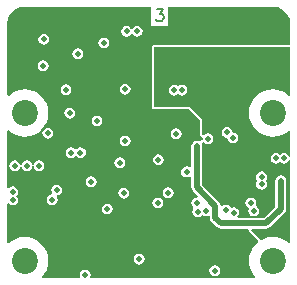
<source format=gbr>
%TF.GenerationSoftware,Altium Limited,Altium Designer,20.1.12 (249)*%
G04 Layer_Physical_Order=3*
G04 Layer_Color=16440176*
%FSLAX45Y45*%
%MOMM*%
%TF.SameCoordinates,27206DED-D720-4121-B7EB-46A740E941A3*%
%TF.FilePolarity,Positive*%
%TF.FileFunction,Copper,L3,Inr,Signal*%
%TF.Part,Single*%
G01*
G75*
%TA.AperFunction,Conductor*%
%ADD35C,0.20000*%
%ADD36C,0.50000*%
%TA.AperFunction,NonConductor*%
%ADD38C,0.20000*%
%TA.AperFunction,WasherPad*%
%ADD39C,2.20000*%
%TA.AperFunction,ViaPad*%
%ADD40C,0.50000*%
G36*
X2343467Y2343295D02*
X2370588Y2332061D01*
X2394996Y2315753D01*
X2415752Y2294997D01*
X2432061Y2270588D01*
X2443295Y2243467D01*
X2449022Y2214678D01*
Y2027892D01*
X1297500D01*
X1289696Y2026340D01*
X1283081Y2021919D01*
X1278660Y2015304D01*
X1277108Y2007500D01*
Y1500000D01*
X1278660Y1492196D01*
X1283081Y1485581D01*
X1289696Y1481160D01*
X1297500Y1479608D01*
X1515569D01*
X1517539Y1480000D01*
X1519547D01*
X1520000Y1480090D01*
X1520453Y1480000D01*
X1522461D01*
X1524431Y1479608D01*
X1591553D01*
X1684608Y1386553D01*
Y1265267D01*
X1684805Y1264276D01*
X1684706Y1263268D01*
X1685576Y1260400D01*
X1686160Y1257464D01*
X1686722Y1256623D01*
X1687016Y1255655D01*
X1688917Y1253338D01*
X1690581Y1250848D01*
X1691422Y1250286D01*
X1692063Y1249504D01*
X1694705Y1248092D01*
X1697196Y1246428D01*
X1708099Y1239944D01*
X1706619Y1232499D01*
X1708099Y1225056D01*
X1697196Y1218571D01*
X1694705Y1216906D01*
X1692063Y1215495D01*
X1691422Y1214713D01*
X1690581Y1214151D01*
X1690105Y1213439D01*
X1683627Y1209051D01*
X1678305Y1208589D01*
X1673548Y1209228D01*
X1672559Y1209889D01*
X1655000Y1213381D01*
X1637442Y1209889D01*
X1622557Y1199943D01*
X1612611Y1185058D01*
X1609119Y1167500D01*
Y995757D01*
X1596419Y988969D01*
X1587558Y994889D01*
X1570000Y998381D01*
X1552442Y994889D01*
X1537557Y984943D01*
X1527611Y970058D01*
X1524119Y952500D01*
X1527611Y934942D01*
X1537557Y920057D01*
X1552442Y910111D01*
X1570000Y906618D01*
X1587558Y910111D01*
X1596419Y916031D01*
X1609119Y909243D01*
Y819999D01*
X1612611Y802441D01*
X1622557Y787556D01*
X1665964Y744149D01*
X1659708Y732445D01*
X1655000Y733381D01*
X1637442Y729889D01*
X1622557Y719943D01*
X1612611Y705058D01*
X1609119Y687500D01*
X1612611Y669942D01*
X1622557Y655057D01*
X1624566Y653714D01*
X1627087Y636756D01*
X1622611Y630058D01*
X1619119Y612500D01*
X1622611Y594942D01*
X1632557Y580056D01*
X1647442Y570111D01*
X1665000Y566618D01*
X1682558Y570111D01*
X1697444Y580056D01*
X1701715Y586449D01*
X1714942Y577611D01*
X1732500Y574118D01*
X1750058Y577611D01*
X1756418Y581861D01*
X1769118Y575073D01*
Y562500D01*
X1772611Y544942D01*
X1782557Y530057D01*
X1830057Y482557D01*
X1844942Y472611D01*
X1862500Y469118D01*
X2089789D01*
X2099723Y457385D01*
X2101275Y449582D01*
X2105696Y442966D01*
X2105696Y442965D01*
X2150448Y398213D01*
X2152557Y395057D01*
X2155713Y392949D01*
X2177935Y370726D01*
X2177312Y358041D01*
X2157894Y342106D01*
X2132901Y311652D01*
X2114330Y276907D01*
X2102894Y239207D01*
X2099032Y200000D01*
X2102894Y160793D01*
X2114330Y123093D01*
X2132901Y88349D01*
X2153148Y63678D01*
X2147141Y50978D01*
X763011D01*
X755632Y63679D01*
X758382Y77500D01*
X754889Y95058D01*
X744943Y109943D01*
X730058Y119889D01*
X712500Y123382D01*
X694942Y119889D01*
X680057Y109943D01*
X670111Y95058D01*
X666618Y77500D01*
X669368Y63679D01*
X661989Y50978D01*
X352859D01*
X346852Y63678D01*
X367099Y88349D01*
X385670Y123093D01*
X397106Y160793D01*
X400968Y200000D01*
X397106Y239207D01*
X385670Y276907D01*
X367099Y311652D01*
X342106Y342106D01*
X311652Y367099D01*
X276907Y385670D01*
X239207Y397106D01*
X200000Y400968D01*
X160793Y397106D01*
X123093Y385670D01*
X88349Y367099D01*
X63678Y346852D01*
X50978Y352859D01*
Y680767D01*
X63678Y684620D01*
X65057Y682557D01*
X79942Y672611D01*
X97500Y669119D01*
X115058Y672611D01*
X129943Y682557D01*
X139889Y697442D01*
X143381Y715000D01*
X139889Y732558D01*
X129943Y747443D01*
Y750057D01*
X139889Y764942D01*
X143381Y782500D01*
X139889Y800058D01*
X129943Y814943D01*
X115058Y824889D01*
X97500Y828382D01*
X79942Y824889D01*
X65057Y814943D01*
X63678Y812880D01*
X50978Y816733D01*
Y1297141D01*
X63678Y1303148D01*
X88349Y1282901D01*
X123093Y1264330D01*
X160793Y1252894D01*
X200000Y1249032D01*
X239207Y1252894D01*
X276907Y1264330D01*
X311652Y1282901D01*
X342106Y1307894D01*
X367099Y1338348D01*
X385670Y1373093D01*
X397106Y1410793D01*
X400968Y1450000D01*
X397106Y1489207D01*
X385670Y1526907D01*
X367099Y1561651D01*
X342106Y1592106D01*
X311652Y1617098D01*
X276907Y1635670D01*
X239207Y1647106D01*
X200000Y1650967D01*
X160793Y1647106D01*
X123093Y1635670D01*
X88349Y1617098D01*
X63678Y1596852D01*
X50978Y1602859D01*
Y2200000D01*
Y2214677D01*
X56705Y2243468D01*
X67939Y2270588D01*
X84247Y2294996D01*
X105003Y2315752D01*
X129412Y2332061D01*
X156533Y2343295D01*
X185322Y2349022D01*
X1270001D01*
Y2187500D01*
X1416653D01*
Y2349022D01*
X2314677D01*
X2343467Y2343295D01*
D02*
G37*
G36*
X2449022Y1602859D02*
X2436322Y1596852D01*
X2411652Y1617098D01*
X2376907Y1635670D01*
X2339207Y1647106D01*
X2300000Y1650967D01*
X2260793Y1647106D01*
X2223093Y1635670D01*
X2188348Y1617098D01*
X2157894Y1592106D01*
X2132901Y1561651D01*
X2114330Y1526907D01*
X2102894Y1489207D01*
X2099032Y1450000D01*
X2102894Y1410793D01*
X2114330Y1373093D01*
X2132901Y1338348D01*
X2157894Y1307894D01*
X2188348Y1282901D01*
X2223093Y1264330D01*
X2260793Y1252894D01*
X2300000Y1249032D01*
X2339207Y1252894D01*
X2376907Y1264330D01*
X2411652Y1282901D01*
X2436322Y1303148D01*
X2449022Y1297141D01*
Y1076606D01*
X2436322Y1075355D01*
X2434889Y1082558D01*
X2424943Y1097443D01*
X2410058Y1107389D01*
X2392500Y1110881D01*
X2374942Y1107389D01*
X2360057Y1097443D01*
X2359943D01*
X2345058Y1107389D01*
X2327500Y1110881D01*
X2309942Y1107389D01*
X2295057Y1097443D01*
X2285111Y1082558D01*
X2281618Y1065000D01*
X2285111Y1047442D01*
X2295057Y1032557D01*
X2309942Y1022611D01*
X2327500Y1019118D01*
X2345058Y1022611D01*
X2359943Y1032557D01*
X2360057D01*
X2374942Y1022611D01*
X2392500Y1019118D01*
X2410058Y1022611D01*
X2424943Y1032557D01*
X2434889Y1047442D01*
X2436322Y1054645D01*
X2449022Y1053394D01*
Y352859D01*
X2436322Y346852D01*
X2411652Y367099D01*
X2376907Y385670D01*
X2339207Y397106D01*
X2300000Y400968D01*
X2260793Y397106D01*
X2223093Y385670D01*
X2202719Y374780D01*
X2120115Y457385D01*
X2124975Y469118D01*
X2245000D01*
X2262558Y472611D01*
X2277443Y482557D01*
X2399944Y605057D01*
X2409890Y619942D01*
X2413382Y637500D01*
Y877500D01*
X2409890Y895058D01*
X2399944Y909944D01*
X2385058Y919889D01*
X2367500Y923382D01*
X2349942Y919889D01*
X2335057Y909944D01*
X2325111Y895058D01*
X2321619Y877500D01*
Y656505D01*
X2225995Y560882D01*
X2002844D01*
X1998992Y573582D01*
X2000447Y574554D01*
X2010392Y589439D01*
X2013885Y606997D01*
X2010392Y624555D01*
X2000447Y639440D01*
X1985561Y649386D01*
X1968003Y652878D01*
X1950445Y649386D01*
X1944028Y645098D01*
X1934944Y658693D01*
X1920058Y668639D01*
X1902500Y672131D01*
X1884942Y668639D01*
X1873242Y660821D01*
X1872542Y660774D01*
X1862647Y663848D01*
X1859710Y665891D01*
X1857389Y677558D01*
X1847443Y692443D01*
X1705000Y834886D01*
Y1199731D01*
X1717700Y1203584D01*
X1720057Y1200056D01*
X1734942Y1190110D01*
X1752500Y1186618D01*
X1770058Y1190110D01*
X1784943Y1200056D01*
X1794889Y1214941D01*
X1798382Y1232499D01*
X1794889Y1250057D01*
X1784943Y1264943D01*
X1770058Y1274888D01*
X1752500Y1278381D01*
X1734942Y1274888D01*
X1720057Y1264943D01*
X1717700Y1261415D01*
X1705000Y1265267D01*
Y1395000D01*
X1600000Y1500000D01*
X1524431D01*
X1520000Y1500881D01*
X1515569Y1500000D01*
X1297500D01*
Y2007500D01*
X2449022D01*
Y1602859D01*
D02*
G37*
%LPC*%
G36*
X1062500Y2185882D02*
X1044942Y2182389D01*
X1030057Y2172443D01*
X1020111Y2157558D01*
X1016618Y2140000D01*
X1020111Y2122442D01*
X1030057Y2107557D01*
X1044942Y2097611D01*
X1062500Y2094118D01*
X1080058Y2097611D01*
X1094943Y2107557D01*
X1099863Y2114920D01*
X1115137D01*
X1120057Y2107557D01*
X1134942Y2097611D01*
X1152500Y2094118D01*
X1170058Y2097611D01*
X1184943Y2107557D01*
X1194889Y2122442D01*
X1198381Y2140000D01*
X1194889Y2157558D01*
X1184943Y2172443D01*
X1170058Y2182389D01*
X1152500Y2185881D01*
X1134942Y2182389D01*
X1120057Y2172443D01*
X1115137Y2165080D01*
X1099863D01*
X1094943Y2172443D01*
X1080058Y2182389D01*
X1062500Y2185882D01*
D02*
G37*
G36*
X360000Y2118381D02*
X342442Y2114889D01*
X327557Y2104943D01*
X317611Y2090058D01*
X314118Y2072500D01*
X317611Y2054942D01*
X327557Y2040057D01*
X342442Y2030111D01*
X360000Y2026618D01*
X377558Y2030111D01*
X392443Y2040057D01*
X402389Y2054942D01*
X405882Y2072500D01*
X402389Y2090058D01*
X392443Y2104943D01*
X377558Y2114889D01*
X360000Y2118381D01*
D02*
G37*
G36*
X870000Y2088381D02*
X852442Y2084889D01*
X837557Y2074943D01*
X827611Y2060058D01*
X824118Y2042500D01*
X827611Y2024942D01*
X837557Y2010056D01*
X852442Y2000111D01*
X870000Y1996618D01*
X887558Y2000111D01*
X902443Y2010056D01*
X912389Y2024942D01*
X915882Y2042500D01*
X912389Y2060058D01*
X902443Y2074943D01*
X887558Y2084889D01*
X870000Y2088381D01*
D02*
G37*
G36*
X650000Y1995881D02*
X632442Y1992389D01*
X617557Y1982443D01*
X607611Y1967558D01*
X604118Y1950000D01*
X607611Y1932442D01*
X617557Y1917557D01*
X632442Y1907611D01*
X650000Y1904118D01*
X667558Y1907611D01*
X682443Y1917557D01*
X692389Y1932442D01*
X695882Y1950000D01*
X692389Y1967558D01*
X682443Y1982443D01*
X667558Y1992389D01*
X650000Y1995881D01*
D02*
G37*
G36*
X357500Y1895882D02*
X339942Y1892389D01*
X325056Y1882444D01*
X315111Y1867558D01*
X311618Y1850000D01*
X315111Y1832442D01*
X325056Y1817557D01*
X339942Y1807611D01*
X357500Y1804119D01*
X375058Y1807611D01*
X389943Y1817557D01*
X399889Y1832442D01*
X403381Y1850000D01*
X399889Y1867558D01*
X389943Y1882444D01*
X375058Y1892389D01*
X357500Y1895882D01*
D02*
G37*
G36*
X1050000Y1695882D02*
X1032442Y1692389D01*
X1017557Y1682443D01*
X1007611Y1667558D01*
X1004118Y1650000D01*
X1007611Y1632442D01*
X1017557Y1617557D01*
X1032442Y1607611D01*
X1050000Y1604118D01*
X1067558Y1607611D01*
X1082443Y1617557D01*
X1092389Y1632442D01*
X1095881Y1650000D01*
X1092389Y1667558D01*
X1082443Y1682443D01*
X1067558Y1692389D01*
X1050000Y1695882D01*
D02*
G37*
G36*
X550000Y1693381D02*
X532442Y1689889D01*
X517557Y1679943D01*
X507611Y1665058D01*
X504118Y1647500D01*
X507611Y1629942D01*
X517557Y1615057D01*
X532442Y1605111D01*
X550000Y1601618D01*
X567558Y1605111D01*
X582443Y1615057D01*
X592389Y1629942D01*
X595881Y1647500D01*
X592389Y1665058D01*
X582443Y1679943D01*
X567558Y1689889D01*
X550000Y1693381D01*
D02*
G37*
G36*
X580000Y1493381D02*
X562442Y1489889D01*
X547557Y1479943D01*
X537611Y1465058D01*
X534118Y1447500D01*
X537611Y1429942D01*
X547557Y1415057D01*
X562442Y1405111D01*
X580000Y1401618D01*
X597558Y1405111D01*
X612443Y1415057D01*
X622389Y1429942D01*
X625881Y1447500D01*
X622389Y1465058D01*
X612443Y1479943D01*
X597558Y1489889D01*
X580000Y1493381D01*
D02*
G37*
G36*
X812500Y1428381D02*
X794942Y1424889D01*
X780057Y1414943D01*
X770111Y1400058D01*
X766618Y1382500D01*
X770111Y1364942D01*
X780057Y1350057D01*
X794942Y1340111D01*
X812500Y1336618D01*
X830058Y1340111D01*
X844943Y1350057D01*
X854889Y1364942D01*
X858382Y1382500D01*
X854889Y1400058D01*
X844943Y1414943D01*
X830058Y1424889D01*
X812500Y1428381D01*
D02*
G37*
G36*
X395000Y1323382D02*
X377442Y1319889D01*
X362557Y1309943D01*
X352611Y1295058D01*
X349118Y1277500D01*
X352611Y1259942D01*
X362557Y1245057D01*
X377442Y1235111D01*
X395000Y1231619D01*
X412558Y1235111D01*
X427443Y1245057D01*
X437389Y1259942D01*
X440882Y1277500D01*
X437389Y1295058D01*
X427443Y1309943D01*
X412558Y1319889D01*
X395000Y1323382D01*
D02*
G37*
G36*
X1483588Y1319469D02*
X1466030Y1315976D01*
X1451144Y1306030D01*
X1441199Y1291145D01*
X1437706Y1273587D01*
X1441199Y1256029D01*
X1451144Y1241144D01*
X1466030Y1231198D01*
X1483588Y1227706D01*
X1501146Y1231198D01*
X1516031Y1241144D01*
X1525977Y1256029D01*
X1529469Y1273587D01*
X1525977Y1291145D01*
X1516031Y1306030D01*
X1501146Y1315976D01*
X1483588Y1319469D01*
D02*
G37*
G36*
X1050000Y1258382D02*
X1032442Y1254889D01*
X1017557Y1244943D01*
X1007611Y1230058D01*
X1004118Y1212500D01*
X1007611Y1194942D01*
X1017557Y1180057D01*
X1032442Y1170111D01*
X1050000Y1166618D01*
X1067558Y1170111D01*
X1082443Y1180057D01*
X1092389Y1194942D01*
X1095881Y1212500D01*
X1092389Y1230058D01*
X1082443Y1244943D01*
X1067558Y1254889D01*
X1050000Y1258382D01*
D02*
G37*
G36*
X592500Y1160881D02*
X574942Y1157389D01*
X560057Y1147443D01*
X550111Y1132558D01*
X546618Y1115000D01*
X550111Y1097442D01*
X560057Y1082557D01*
X574942Y1072611D01*
X592500Y1069118D01*
X610058Y1072611D01*
X624832Y1082483D01*
X627807Y1084363D01*
X638850D01*
X640058Y1082556D01*
X654943Y1072610D01*
X672501Y1069118D01*
X690059Y1072610D01*
X704944Y1082556D01*
X714890Y1097441D01*
X718382Y1114999D01*
X714890Y1132557D01*
X704944Y1147442D01*
X690059Y1157388D01*
X672501Y1160881D01*
X654943Y1157388D01*
X640168Y1147516D01*
X637194Y1145636D01*
X626150D01*
X624943Y1147443D01*
X610058Y1157389D01*
X592500Y1160881D01*
D02*
G37*
G36*
X1332500Y1100881D02*
X1314942Y1097389D01*
X1300057Y1087443D01*
X1290111Y1072558D01*
X1286618Y1055000D01*
X1290111Y1037442D01*
X1300057Y1022557D01*
X1314942Y1012611D01*
X1332500Y1009118D01*
X1350058Y1012611D01*
X1364943Y1022557D01*
X1374889Y1037442D01*
X1378382Y1055000D01*
X1374889Y1072558D01*
X1364943Y1087443D01*
X1350058Y1097389D01*
X1332500Y1100881D01*
D02*
G37*
G36*
X320000Y1048381D02*
X302442Y1044889D01*
X287557Y1034943D01*
X277611Y1020058D01*
X275515Y1009519D01*
X275224Y1008061D01*
X262276D01*
X261985Y1009519D01*
X259889Y1020058D01*
X249943Y1034943D01*
X235058Y1044889D01*
X217500Y1048381D01*
X199942Y1044889D01*
X185057Y1034943D01*
X175111Y1020058D01*
X173015Y1009519D01*
X172724Y1008061D01*
X159776D01*
X159485Y1009519D01*
X157389Y1020058D01*
X147443Y1034943D01*
X132558Y1044889D01*
X115000Y1048381D01*
X97442Y1044889D01*
X82557Y1034943D01*
X72611Y1020058D01*
X69118Y1002500D01*
X72611Y984942D01*
X82557Y970057D01*
X97442Y960111D01*
X115000Y956618D01*
X132558Y960111D01*
X147443Y970057D01*
X157389Y984942D01*
X159485Y995480D01*
X159776Y996939D01*
X172724D01*
X173015Y995480D01*
X175111Y984942D01*
X185057Y970057D01*
X199942Y960111D01*
X217500Y956618D01*
X235058Y960111D01*
X249943Y970057D01*
X259889Y984942D01*
X261985Y995480D01*
X262276Y996939D01*
X275224D01*
X275515Y995480D01*
X277611Y984942D01*
X287557Y970057D01*
X302442Y960111D01*
X320000Y956618D01*
X337558Y960111D01*
X352443Y970057D01*
X362389Y984942D01*
X365881Y1002500D01*
X362389Y1020058D01*
X352443Y1034943D01*
X337558Y1044889D01*
X320000Y1048381D01*
D02*
G37*
G36*
X1005000Y1075882D02*
X987442Y1072389D01*
X972557Y1062443D01*
X962611Y1047558D01*
X959118Y1030000D01*
X962611Y1012442D01*
X972557Y997557D01*
X987442Y987611D01*
X1005000Y984118D01*
X1022558Y987611D01*
X1037443Y997557D01*
X1047389Y1012442D01*
X1050882Y1030000D01*
X1047389Y1047558D01*
X1037443Y1062443D01*
X1022558Y1072389D01*
X1005000Y1075882D01*
D02*
G37*
G36*
X762500Y913382D02*
X744942Y909889D01*
X730057Y899943D01*
X720111Y885058D01*
X716619Y867500D01*
X720111Y849942D01*
X730057Y835057D01*
X744942Y825111D01*
X762500Y821619D01*
X780058Y825111D01*
X794943Y835057D01*
X804889Y849942D01*
X808382Y867500D01*
X804889Y885058D01*
X794943Y899943D01*
X780058Y909889D01*
X762500Y913382D01*
D02*
G37*
G36*
X1415000Y820881D02*
X1397442Y817389D01*
X1382557Y807443D01*
X1372611Y792558D01*
X1369119Y775000D01*
X1372611Y757442D01*
X1382557Y742557D01*
X1397442Y732611D01*
X1415000Y729118D01*
X1432558Y732611D01*
X1447444Y742557D01*
X1457390Y757442D01*
X1460882Y775000D01*
X1457390Y792558D01*
X1447444Y807443D01*
X1432558Y817389D01*
X1415000Y820881D01*
D02*
G37*
G36*
X1037500Y815881D02*
X1019942Y812389D01*
X1005057Y802443D01*
X995111Y787558D01*
X991618Y770000D01*
X995111Y752442D01*
X1005057Y737557D01*
X1019942Y727611D01*
X1037500Y724118D01*
X1055058Y727611D01*
X1069943Y737557D01*
X1079889Y752442D01*
X1083381Y770000D01*
X1079889Y787558D01*
X1069943Y802443D01*
X1055058Y812389D01*
X1037500Y815881D01*
D02*
G37*
G36*
X470000Y843382D02*
X452442Y839889D01*
X437557Y829943D01*
X427611Y815058D01*
X424119Y797500D01*
X427611Y779942D01*
X432331Y772878D01*
X425944Y759577D01*
X414942Y757389D01*
X400057Y747443D01*
X390111Y732558D01*
X386618Y715000D01*
X390111Y697442D01*
X400057Y682557D01*
X414942Y672611D01*
X432500Y669118D01*
X450058Y672611D01*
X464943Y682557D01*
X474889Y697442D01*
X478382Y715000D01*
X474889Y732558D01*
X470169Y739622D01*
X476556Y752923D01*
X487558Y755111D01*
X502443Y765057D01*
X512389Y779942D01*
X515882Y797500D01*
X512389Y815058D01*
X502443Y829943D01*
X487558Y839889D01*
X470000Y843382D01*
D02*
G37*
G36*
X1327500Y733382D02*
X1309942Y729889D01*
X1295057Y719943D01*
X1285111Y705058D01*
X1281618Y687500D01*
X1285111Y669942D01*
X1295057Y655057D01*
X1309942Y645111D01*
X1327500Y641618D01*
X1345058Y645111D01*
X1359943Y655057D01*
X1369889Y669942D01*
X1373382Y687500D01*
X1369889Y705058D01*
X1359943Y719943D01*
X1345058Y729889D01*
X1327500Y733382D01*
D02*
G37*
G36*
X900000Y683381D02*
X882442Y679889D01*
X867557Y669943D01*
X857611Y655058D01*
X854119Y637500D01*
X857611Y619942D01*
X867557Y605057D01*
X882442Y595111D01*
X900000Y591618D01*
X917558Y595111D01*
X932443Y605057D01*
X942389Y619942D01*
X945882Y637500D01*
X942389Y655058D01*
X932443Y669943D01*
X917558Y679889D01*
X900000Y683381D01*
D02*
G37*
G36*
X1170000Y258382D02*
X1152442Y254889D01*
X1137557Y244943D01*
X1127611Y230058D01*
X1124118Y212500D01*
X1127611Y194942D01*
X1137557Y180057D01*
X1152442Y170111D01*
X1170000Y166619D01*
X1187558Y170111D01*
X1202443Y180057D01*
X1212389Y194942D01*
X1215881Y212500D01*
X1212389Y230058D01*
X1202443Y244943D01*
X1187558Y254889D01*
X1170000Y258382D01*
D02*
G37*
G36*
X1810000Y162034D02*
X1792442Y158541D01*
X1777557Y148595D01*
X1767611Y133710D01*
X1764118Y116152D01*
X1767611Y98594D01*
X1777557Y83709D01*
X1792442Y73763D01*
X1810000Y70271D01*
X1827558Y73763D01*
X1842443Y83709D01*
X1852389Y98594D01*
X1855881Y116152D01*
X1852389Y133710D01*
X1842443Y148595D01*
X1827558Y158541D01*
X1810000Y162034D01*
D02*
G37*
G36*
X1532500Y1688381D02*
X1514942Y1684889D01*
X1500057Y1674943D01*
X1499943D01*
X1485058Y1684889D01*
X1467500Y1688381D01*
X1449942Y1684889D01*
X1435057Y1674943D01*
X1425111Y1660058D01*
X1421618Y1642500D01*
X1425111Y1624942D01*
X1435057Y1610057D01*
X1449942Y1600111D01*
X1467500Y1596618D01*
X1485058Y1600111D01*
X1499943Y1610057D01*
X1500057D01*
X1514942Y1600111D01*
X1532500Y1596618D01*
X1550058Y1600111D01*
X1564943Y1610057D01*
X1574889Y1624942D01*
X1578381Y1642500D01*
X1574889Y1660058D01*
X1564943Y1674943D01*
X1550058Y1684889D01*
X1532500Y1688381D01*
D02*
G37*
G36*
X1915000Y1330849D02*
X1897442Y1327357D01*
X1882557Y1317411D01*
X1872611Y1302525D01*
X1869118Y1284967D01*
X1872611Y1267409D01*
X1882557Y1252524D01*
X1897442Y1242578D01*
X1906000Y1240876D01*
X1915362Y1238275D01*
X1920314Y1227194D01*
X1921763Y1219909D01*
X1931709Y1205024D01*
X1946595Y1195078D01*
X1964153Y1191586D01*
X1981711Y1195078D01*
X1996596Y1205024D01*
X2006542Y1219909D01*
X2010034Y1237467D01*
X2006542Y1255025D01*
X1996596Y1269911D01*
X1981711Y1279856D01*
X1973153Y1281559D01*
X1963790Y1284159D01*
X1958838Y1295241D01*
X1957389Y1302525D01*
X1947443Y1317411D01*
X1932558Y1327357D01*
X1915000Y1330849D01*
D02*
G37*
G36*
X2205000Y955881D02*
X2187442Y952389D01*
X2172557Y942443D01*
X2162611Y927558D01*
X2159119Y910000D01*
X2162611Y892442D01*
X2172557Y877557D01*
Y877443D01*
X2162611Y862558D01*
X2159119Y845000D01*
X2162611Y827442D01*
X2172557Y812557D01*
X2187442Y802611D01*
X2205000Y799118D01*
X2222558Y802611D01*
X2237443Y812557D01*
X2247389Y827442D01*
X2250882Y845000D01*
X2247389Y862558D01*
X2237443Y877443D01*
Y877557D01*
X2247389Y892442D01*
X2250882Y910000D01*
X2247389Y927558D01*
X2237443Y942443D01*
X2222558Y952389D01*
X2205000Y955881D01*
D02*
G37*
G36*
X2115000Y733381D02*
X2097442Y729889D01*
X2082557Y719943D01*
X2072611Y705058D01*
X2069118Y687500D01*
X2072611Y669942D01*
X2082557Y655057D01*
X2087641Y651659D01*
X2095273Y640221D01*
X2091780Y622663D01*
X2095273Y605105D01*
X2105219Y590220D01*
X2120104Y580274D01*
X2137662Y576781D01*
X2155220Y580274D01*
X2170105Y590220D01*
X2180051Y605105D01*
X2183544Y622663D01*
X2180051Y640221D01*
X2170105Y655106D01*
X2165021Y658504D01*
X2157389Y669942D01*
X2160881Y687500D01*
X2157389Y705058D01*
X2147443Y719943D01*
X2132558Y729889D01*
X2115000Y733381D01*
D02*
G37*
%LPD*%
D35*
X1334815Y775000D02*
X1395000Y714815D01*
X1358500Y569000D02*
X1395000Y605500D01*
Y714815D01*
X1265000Y775000D02*
X1334815D01*
X952500Y1455000D02*
X1500000D01*
X1520000D01*
X931999Y1475500D02*
X952500Y1455000D01*
X1232500Y1187500D02*
X1500000Y1455000D01*
X735000Y1672500D02*
X931999Y1475500D01*
X1232500Y1135000D02*
Y1187500D01*
X1265000Y775000D02*
Y1102499D01*
X1232500Y1135000D02*
X1265000Y1102499D01*
X735000Y1672500D02*
Y2095000D01*
X587500Y2242500D02*
X735000Y2095000D01*
X545000Y2242500D02*
X587500D01*
X1573500Y354000D02*
X2088500D01*
X1358500Y569000D02*
X1573500Y354000D01*
D36*
X1655000Y819999D02*
Y1167500D01*
Y819999D02*
X1815000Y660000D01*
Y562500D02*
Y660000D01*
Y562500D02*
X1862500Y515000D01*
X2245000D01*
X2367500Y637500D01*
Y877500D01*
D38*
X1319522Y2327479D02*
X1371892D01*
X1343327Y2289392D01*
X1357609D01*
X1367131Y2284631D01*
X1371892Y2279870D01*
X1376653Y2265587D01*
Y2256066D01*
X1371892Y2241783D01*
X1362370Y2232261D01*
X1348087Y2227500D01*
X1333805D01*
X1319522Y2232261D01*
X1314761Y2237022D01*
X1310000Y2246544D01*
D39*
X200000Y1450000D02*
D03*
X2300000D02*
D03*
Y200000D02*
D03*
X200000D02*
D03*
D40*
X1415000Y775000D02*
D03*
X1327500Y687500D02*
D03*
X1810000Y116152D02*
D03*
X2327500Y1065000D02*
D03*
X2392500D02*
D03*
X1532500Y1642500D02*
D03*
X1467500D02*
D03*
X1520000Y1455000D02*
D03*
X2205000Y910000D02*
D03*
Y845000D02*
D03*
X1812500Y1380000D02*
D03*
X1915000Y1284967D02*
D03*
X2276635Y1114135D02*
D03*
X217500Y1002500D02*
D03*
X115000D02*
D03*
X320000D02*
D03*
X1902500Y626250D02*
D03*
X2115000Y687500D02*
D03*
X2189235Y781941D02*
D03*
X1005000Y1030000D02*
D03*
X550000Y1647500D02*
D03*
X1060000Y1135000D02*
D03*
X1232500Y1072500D02*
D03*
X2425000Y1127500D02*
D03*
X97500Y782500D02*
D03*
X900000Y637500D02*
D03*
X1732500Y620000D02*
D03*
X1665000Y612500D02*
D03*
X1968003Y606997D02*
D03*
X870000Y2042500D02*
D03*
X1483588Y1273587D02*
D03*
X1650000Y1650000D02*
D03*
X2185000Y427501D02*
D03*
X1570000Y952500D02*
D03*
X1332500Y1055000D02*
D03*
X1265000Y775000D02*
D03*
X1962500Y877500D02*
D03*
X1760000Y875000D02*
D03*
X1350000Y1650000D02*
D03*
X545000Y2242500D02*
D03*
X2088500Y354000D02*
D03*
X1358500Y569000D02*
D03*
X2367500Y877500D02*
D03*
X1852217Y952122D02*
D03*
X2037077Y967903D02*
D03*
X2037828Y1088136D02*
D03*
X1964153Y1237467D02*
D03*
X1752500Y1232499D02*
D03*
X2137662Y622663D02*
D03*
X1940500Y767500D02*
D03*
X2415000Y412500D02*
D03*
X1655000Y1167500D02*
D03*
X1655000Y687500D02*
D03*
X360000Y2072500D02*
D03*
X357500Y1850000D02*
D03*
X812500Y1382500D02*
D03*
X1814500Y767500D02*
D03*
X1152500Y2140000D02*
D03*
X1350000Y1950000D02*
D03*
X1650000D02*
D03*
X1950000D02*
D03*
X1050000Y1650000D02*
D03*
X470000Y797500D02*
D03*
X432500Y715000D02*
D03*
X1170000Y212500D02*
D03*
X1050000Y1212500D02*
D03*
X1232500Y1135000D02*
D03*
X1062500Y2140000D02*
D03*
X580000Y1447500D02*
D03*
X592500Y1115000D02*
D03*
X395000Y1277500D02*
D03*
X672501Y1114999D02*
D03*
X762500Y867500D02*
D03*
X1037500Y770000D02*
D03*
X97500Y715000D02*
D03*
X712500Y77500D02*
D03*
X650000Y1950000D02*
D03*
%TF.MD5,c7032b04ca7b098b54142cc9181e4e85*%
M02*

</source>
